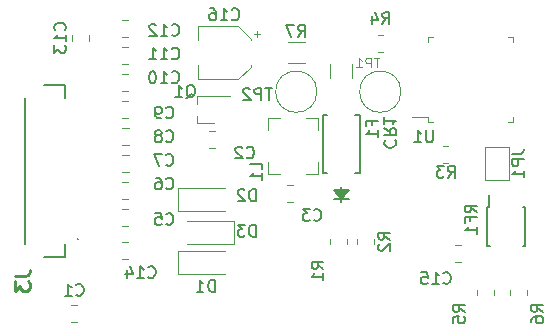
<source format=gbr>
%TF.GenerationSoftware,KiCad,Pcbnew,7.0.5*%
%TF.CreationDate,2023-07-02T17:57:48+02:00*%
%TF.ProjectId,eink-NFC,65696e6b-2d4e-4464-932e-6b696361645f,rev?*%
%TF.SameCoordinates,Original*%
%TF.FileFunction,Legend,Bot*%
%TF.FilePolarity,Positive*%
%FSLAX46Y46*%
G04 Gerber Fmt 4.6, Leading zero omitted, Abs format (unit mm)*
G04 Created by KiCad (PCBNEW 7.0.5) date 2023-07-02 17:57:48*
%MOMM*%
%LPD*%
G01*
G04 APERTURE LIST*
%ADD10C,0.150000*%
%ADD11C,0.254000*%
%ADD12C,0.125000*%
%ADD13C,0.120000*%
%ADD14C,0.200000*%
%ADD15C,0.100000*%
%ADD16C,0.152400*%
G04 APERTURE END LIST*
D10*
%TO.C,C15*%
X149642857Y-91359580D02*
X149690476Y-91407200D01*
X149690476Y-91407200D02*
X149833333Y-91454819D01*
X149833333Y-91454819D02*
X149928571Y-91454819D01*
X149928571Y-91454819D02*
X150071428Y-91407200D01*
X150071428Y-91407200D02*
X150166666Y-91311961D01*
X150166666Y-91311961D02*
X150214285Y-91216723D01*
X150214285Y-91216723D02*
X150261904Y-91026247D01*
X150261904Y-91026247D02*
X150261904Y-90883390D01*
X150261904Y-90883390D02*
X150214285Y-90692914D01*
X150214285Y-90692914D02*
X150166666Y-90597676D01*
X150166666Y-90597676D02*
X150071428Y-90502438D01*
X150071428Y-90502438D02*
X149928571Y-90454819D01*
X149928571Y-90454819D02*
X149833333Y-90454819D01*
X149833333Y-90454819D02*
X149690476Y-90502438D01*
X149690476Y-90502438D02*
X149642857Y-90550057D01*
X148690476Y-91454819D02*
X149261904Y-91454819D01*
X148976190Y-91454819D02*
X148976190Y-90454819D01*
X148976190Y-90454819D02*
X149071428Y-90597676D01*
X149071428Y-90597676D02*
X149166666Y-90692914D01*
X149166666Y-90692914D02*
X149261904Y-90740533D01*
X147785714Y-90454819D02*
X148261904Y-90454819D01*
X148261904Y-90454819D02*
X148309523Y-90931009D01*
X148309523Y-90931009D02*
X148261904Y-90883390D01*
X148261904Y-90883390D02*
X148166666Y-90835771D01*
X148166666Y-90835771D02*
X147928571Y-90835771D01*
X147928571Y-90835771D02*
X147833333Y-90883390D01*
X147833333Y-90883390D02*
X147785714Y-90931009D01*
X147785714Y-90931009D02*
X147738095Y-91026247D01*
X147738095Y-91026247D02*
X147738095Y-91264342D01*
X147738095Y-91264342D02*
X147785714Y-91359580D01*
X147785714Y-91359580D02*
X147833333Y-91407200D01*
X147833333Y-91407200D02*
X147928571Y-91454819D01*
X147928571Y-91454819D02*
X148166666Y-91454819D01*
X148166666Y-91454819D02*
X148261904Y-91407200D01*
X148261904Y-91407200D02*
X148309523Y-91359580D01*
%TO.C,L1*%
X134254819Y-81763333D02*
X134254819Y-81287143D01*
X134254819Y-81287143D02*
X133254819Y-81287143D01*
X134254819Y-82620476D02*
X134254819Y-82049048D01*
X134254819Y-82334762D02*
X133254819Y-82334762D01*
X133254819Y-82334762D02*
X133397676Y-82239524D01*
X133397676Y-82239524D02*
X133492914Y-82144286D01*
X133492914Y-82144286D02*
X133540533Y-82049048D01*
%TO.C,C12*%
X126642857Y-70359580D02*
X126690476Y-70407200D01*
X126690476Y-70407200D02*
X126833333Y-70454819D01*
X126833333Y-70454819D02*
X126928571Y-70454819D01*
X126928571Y-70454819D02*
X127071428Y-70407200D01*
X127071428Y-70407200D02*
X127166666Y-70311961D01*
X127166666Y-70311961D02*
X127214285Y-70216723D01*
X127214285Y-70216723D02*
X127261904Y-70026247D01*
X127261904Y-70026247D02*
X127261904Y-69883390D01*
X127261904Y-69883390D02*
X127214285Y-69692914D01*
X127214285Y-69692914D02*
X127166666Y-69597676D01*
X127166666Y-69597676D02*
X127071428Y-69502438D01*
X127071428Y-69502438D02*
X126928571Y-69454819D01*
X126928571Y-69454819D02*
X126833333Y-69454819D01*
X126833333Y-69454819D02*
X126690476Y-69502438D01*
X126690476Y-69502438D02*
X126642857Y-69550057D01*
X125690476Y-70454819D02*
X126261904Y-70454819D01*
X125976190Y-70454819D02*
X125976190Y-69454819D01*
X125976190Y-69454819D02*
X126071428Y-69597676D01*
X126071428Y-69597676D02*
X126166666Y-69692914D01*
X126166666Y-69692914D02*
X126261904Y-69740533D01*
X125309523Y-69550057D02*
X125261904Y-69502438D01*
X125261904Y-69502438D02*
X125166666Y-69454819D01*
X125166666Y-69454819D02*
X124928571Y-69454819D01*
X124928571Y-69454819D02*
X124833333Y-69502438D01*
X124833333Y-69502438D02*
X124785714Y-69550057D01*
X124785714Y-69550057D02*
X124738095Y-69645295D01*
X124738095Y-69645295D02*
X124738095Y-69740533D01*
X124738095Y-69740533D02*
X124785714Y-69883390D01*
X124785714Y-69883390D02*
X125357142Y-70454819D01*
X125357142Y-70454819D02*
X124738095Y-70454819D01*
%TO.C,R4*%
X144476166Y-69454819D02*
X144809499Y-68978628D01*
X145047594Y-69454819D02*
X145047594Y-68454819D01*
X145047594Y-68454819D02*
X144666642Y-68454819D01*
X144666642Y-68454819D02*
X144571404Y-68502438D01*
X144571404Y-68502438D02*
X144523785Y-68550057D01*
X144523785Y-68550057D02*
X144476166Y-68645295D01*
X144476166Y-68645295D02*
X144476166Y-68788152D01*
X144476166Y-68788152D02*
X144523785Y-68883390D01*
X144523785Y-68883390D02*
X144571404Y-68931009D01*
X144571404Y-68931009D02*
X144666642Y-68978628D01*
X144666642Y-68978628D02*
X145047594Y-68978628D01*
X143619023Y-68788152D02*
X143619023Y-69454819D01*
X143857118Y-68407200D02*
X144095213Y-69121485D01*
X144095213Y-69121485D02*
X143476166Y-69121485D01*
%TO.C,C7*%
X126166666Y-81359580D02*
X126214285Y-81407200D01*
X126214285Y-81407200D02*
X126357142Y-81454819D01*
X126357142Y-81454819D02*
X126452380Y-81454819D01*
X126452380Y-81454819D02*
X126595237Y-81407200D01*
X126595237Y-81407200D02*
X126690475Y-81311961D01*
X126690475Y-81311961D02*
X126738094Y-81216723D01*
X126738094Y-81216723D02*
X126785713Y-81026247D01*
X126785713Y-81026247D02*
X126785713Y-80883390D01*
X126785713Y-80883390D02*
X126738094Y-80692914D01*
X126738094Y-80692914D02*
X126690475Y-80597676D01*
X126690475Y-80597676D02*
X126595237Y-80502438D01*
X126595237Y-80502438D02*
X126452380Y-80454819D01*
X126452380Y-80454819D02*
X126357142Y-80454819D01*
X126357142Y-80454819D02*
X126214285Y-80502438D01*
X126214285Y-80502438D02*
X126166666Y-80550057D01*
X125833332Y-80454819D02*
X125166666Y-80454819D01*
X125166666Y-80454819D02*
X125595237Y-81454819D01*
%TO.C,C13*%
X117573080Y-69969142D02*
X117620700Y-69921523D01*
X117620700Y-69921523D02*
X117668319Y-69778666D01*
X117668319Y-69778666D02*
X117668319Y-69683428D01*
X117668319Y-69683428D02*
X117620700Y-69540571D01*
X117620700Y-69540571D02*
X117525461Y-69445333D01*
X117525461Y-69445333D02*
X117430223Y-69397714D01*
X117430223Y-69397714D02*
X117239747Y-69350095D01*
X117239747Y-69350095D02*
X117096890Y-69350095D01*
X117096890Y-69350095D02*
X116906414Y-69397714D01*
X116906414Y-69397714D02*
X116811176Y-69445333D01*
X116811176Y-69445333D02*
X116715938Y-69540571D01*
X116715938Y-69540571D02*
X116668319Y-69683428D01*
X116668319Y-69683428D02*
X116668319Y-69778666D01*
X116668319Y-69778666D02*
X116715938Y-69921523D01*
X116715938Y-69921523D02*
X116763557Y-69969142D01*
X117668319Y-70921523D02*
X117668319Y-70350095D01*
X117668319Y-70635809D02*
X116668319Y-70635809D01*
X116668319Y-70635809D02*
X116811176Y-70540571D01*
X116811176Y-70540571D02*
X116906414Y-70445333D01*
X116906414Y-70445333D02*
X116954033Y-70350095D01*
X116668319Y-71254857D02*
X116668319Y-71873904D01*
X116668319Y-71873904D02*
X117049271Y-71540571D01*
X117049271Y-71540571D02*
X117049271Y-71683428D01*
X117049271Y-71683428D02*
X117096890Y-71778666D01*
X117096890Y-71778666D02*
X117144509Y-71826285D01*
X117144509Y-71826285D02*
X117239747Y-71873904D01*
X117239747Y-71873904D02*
X117477842Y-71873904D01*
X117477842Y-71873904D02*
X117573080Y-71826285D01*
X117573080Y-71826285D02*
X117620700Y-71778666D01*
X117620700Y-71778666D02*
X117668319Y-71683428D01*
X117668319Y-71683428D02*
X117668319Y-71397714D01*
X117668319Y-71397714D02*
X117620700Y-71302476D01*
X117620700Y-71302476D02*
X117573080Y-71254857D01*
%TO.C,C6*%
X126166666Y-83359580D02*
X126214285Y-83407200D01*
X126214285Y-83407200D02*
X126357142Y-83454819D01*
X126357142Y-83454819D02*
X126452380Y-83454819D01*
X126452380Y-83454819D02*
X126595237Y-83407200D01*
X126595237Y-83407200D02*
X126690475Y-83311961D01*
X126690475Y-83311961D02*
X126738094Y-83216723D01*
X126738094Y-83216723D02*
X126785713Y-83026247D01*
X126785713Y-83026247D02*
X126785713Y-82883390D01*
X126785713Y-82883390D02*
X126738094Y-82692914D01*
X126738094Y-82692914D02*
X126690475Y-82597676D01*
X126690475Y-82597676D02*
X126595237Y-82502438D01*
X126595237Y-82502438D02*
X126452380Y-82454819D01*
X126452380Y-82454819D02*
X126357142Y-82454819D01*
X126357142Y-82454819D02*
X126214285Y-82502438D01*
X126214285Y-82502438D02*
X126166666Y-82550057D01*
X125309523Y-82454819D02*
X125499999Y-82454819D01*
X125499999Y-82454819D02*
X125595237Y-82502438D01*
X125595237Y-82502438D02*
X125642856Y-82550057D01*
X125642856Y-82550057D02*
X125738094Y-82692914D01*
X125738094Y-82692914D02*
X125785713Y-82883390D01*
X125785713Y-82883390D02*
X125785713Y-83264342D01*
X125785713Y-83264342D02*
X125738094Y-83359580D01*
X125738094Y-83359580D02*
X125690475Y-83407200D01*
X125690475Y-83407200D02*
X125595237Y-83454819D01*
X125595237Y-83454819D02*
X125404761Y-83454819D01*
X125404761Y-83454819D02*
X125309523Y-83407200D01*
X125309523Y-83407200D02*
X125261904Y-83359580D01*
X125261904Y-83359580D02*
X125214285Y-83264342D01*
X125214285Y-83264342D02*
X125214285Y-83026247D01*
X125214285Y-83026247D02*
X125261904Y-82931009D01*
X125261904Y-82931009D02*
X125309523Y-82883390D01*
X125309523Y-82883390D02*
X125404761Y-82835771D01*
X125404761Y-82835771D02*
X125595237Y-82835771D01*
X125595237Y-82835771D02*
X125690475Y-82883390D01*
X125690475Y-82883390D02*
X125738094Y-82931009D01*
X125738094Y-82931009D02*
X125785713Y-83026247D01*
D11*
%TO.C,J3*%
X113350318Y-90762667D02*
X114257461Y-90762667D01*
X114257461Y-90762667D02*
X114438889Y-90702190D01*
X114438889Y-90702190D02*
X114559842Y-90581238D01*
X114559842Y-90581238D02*
X114620318Y-90399809D01*
X114620318Y-90399809D02*
X114620318Y-90278857D01*
X113350318Y-91246476D02*
X113350318Y-92032667D01*
X113350318Y-92032667D02*
X113834127Y-91609333D01*
X113834127Y-91609333D02*
X113834127Y-91790762D01*
X113834127Y-91790762D02*
X113894603Y-91911714D01*
X113894603Y-91911714D02*
X113955080Y-91972190D01*
X113955080Y-91972190D02*
X114076032Y-92032667D01*
X114076032Y-92032667D02*
X114378413Y-92032667D01*
X114378413Y-92032667D02*
X114499365Y-91972190D01*
X114499365Y-91972190D02*
X114559842Y-91911714D01*
X114559842Y-91911714D02*
X114620318Y-91790762D01*
X114620318Y-91790762D02*
X114620318Y-91427905D01*
X114620318Y-91427905D02*
X114559842Y-91306952D01*
X114559842Y-91306952D02*
X114499365Y-91246476D01*
D10*
%TO.C,R7*%
X137348166Y-70516819D02*
X137681499Y-70040628D01*
X137919594Y-70516819D02*
X137919594Y-69516819D01*
X137919594Y-69516819D02*
X137538642Y-69516819D01*
X137538642Y-69516819D02*
X137443404Y-69564438D01*
X137443404Y-69564438D02*
X137395785Y-69612057D01*
X137395785Y-69612057D02*
X137348166Y-69707295D01*
X137348166Y-69707295D02*
X137348166Y-69850152D01*
X137348166Y-69850152D02*
X137395785Y-69945390D01*
X137395785Y-69945390D02*
X137443404Y-69993009D01*
X137443404Y-69993009D02*
X137538642Y-70040628D01*
X137538642Y-70040628D02*
X137919594Y-70040628D01*
X137014832Y-69516819D02*
X136348166Y-69516819D01*
X136348166Y-69516819D02*
X136776737Y-70516819D01*
%TO.C,D3*%
X133738094Y-87454819D02*
X133738094Y-86454819D01*
X133738094Y-86454819D02*
X133499999Y-86454819D01*
X133499999Y-86454819D02*
X133357142Y-86502438D01*
X133357142Y-86502438D02*
X133261904Y-86597676D01*
X133261904Y-86597676D02*
X133214285Y-86692914D01*
X133214285Y-86692914D02*
X133166666Y-86883390D01*
X133166666Y-86883390D02*
X133166666Y-87026247D01*
X133166666Y-87026247D02*
X133214285Y-87216723D01*
X133214285Y-87216723D02*
X133261904Y-87311961D01*
X133261904Y-87311961D02*
X133357142Y-87407200D01*
X133357142Y-87407200D02*
X133499999Y-87454819D01*
X133499999Y-87454819D02*
X133738094Y-87454819D01*
X132833332Y-86454819D02*
X132214285Y-86454819D01*
X132214285Y-86454819D02*
X132547618Y-86835771D01*
X132547618Y-86835771D02*
X132404761Y-86835771D01*
X132404761Y-86835771D02*
X132309523Y-86883390D01*
X132309523Y-86883390D02*
X132261904Y-86931009D01*
X132261904Y-86931009D02*
X132214285Y-87026247D01*
X132214285Y-87026247D02*
X132214285Y-87264342D01*
X132214285Y-87264342D02*
X132261904Y-87359580D01*
X132261904Y-87359580D02*
X132309523Y-87407200D01*
X132309523Y-87407200D02*
X132404761Y-87454819D01*
X132404761Y-87454819D02*
X132690475Y-87454819D01*
X132690475Y-87454819D02*
X132785713Y-87407200D01*
X132785713Y-87407200D02*
X132833332Y-87359580D01*
%TO.C,Q1*%
X127857238Y-75734057D02*
X127952476Y-75686438D01*
X127952476Y-75686438D02*
X128047714Y-75591200D01*
X128047714Y-75591200D02*
X128190571Y-75448342D01*
X128190571Y-75448342D02*
X128285809Y-75400723D01*
X128285809Y-75400723D02*
X128381047Y-75400723D01*
X128333428Y-75638819D02*
X128428666Y-75591200D01*
X128428666Y-75591200D02*
X128523904Y-75495961D01*
X128523904Y-75495961D02*
X128571523Y-75305485D01*
X128571523Y-75305485D02*
X128571523Y-74972152D01*
X128571523Y-74972152D02*
X128523904Y-74781676D01*
X128523904Y-74781676D02*
X128428666Y-74686438D01*
X128428666Y-74686438D02*
X128333428Y-74638819D01*
X128333428Y-74638819D02*
X128142952Y-74638819D01*
X128142952Y-74638819D02*
X128047714Y-74686438D01*
X128047714Y-74686438D02*
X127952476Y-74781676D01*
X127952476Y-74781676D02*
X127904857Y-74972152D01*
X127904857Y-74972152D02*
X127904857Y-75305485D01*
X127904857Y-75305485D02*
X127952476Y-75495961D01*
X127952476Y-75495961D02*
X128047714Y-75591200D01*
X128047714Y-75591200D02*
X128142952Y-75638819D01*
X128142952Y-75638819D02*
X128333428Y-75638819D01*
X126952476Y-75638819D02*
X127523904Y-75638819D01*
X127238190Y-75638819D02*
X127238190Y-74638819D01*
X127238190Y-74638819D02*
X127333428Y-74781676D01*
X127333428Y-74781676D02*
X127428666Y-74876914D01*
X127428666Y-74876914D02*
X127523904Y-74924533D01*
%TO.C,R5*%
X151454819Y-93833333D02*
X150978628Y-93500000D01*
X151454819Y-93261905D02*
X150454819Y-93261905D01*
X150454819Y-93261905D02*
X150454819Y-93642857D01*
X150454819Y-93642857D02*
X150502438Y-93738095D01*
X150502438Y-93738095D02*
X150550057Y-93785714D01*
X150550057Y-93785714D02*
X150645295Y-93833333D01*
X150645295Y-93833333D02*
X150788152Y-93833333D01*
X150788152Y-93833333D02*
X150883390Y-93785714D01*
X150883390Y-93785714D02*
X150931009Y-93738095D01*
X150931009Y-93738095D02*
X150978628Y-93642857D01*
X150978628Y-93642857D02*
X150978628Y-93261905D01*
X150454819Y-94738095D02*
X150454819Y-94261905D01*
X150454819Y-94261905D02*
X150931009Y-94214286D01*
X150931009Y-94214286D02*
X150883390Y-94261905D01*
X150883390Y-94261905D02*
X150835771Y-94357143D01*
X150835771Y-94357143D02*
X150835771Y-94595238D01*
X150835771Y-94595238D02*
X150883390Y-94690476D01*
X150883390Y-94690476D02*
X150931009Y-94738095D01*
X150931009Y-94738095D02*
X151026247Y-94785714D01*
X151026247Y-94785714D02*
X151264342Y-94785714D01*
X151264342Y-94785714D02*
X151359580Y-94738095D01*
X151359580Y-94738095D02*
X151407200Y-94690476D01*
X151407200Y-94690476D02*
X151454819Y-94595238D01*
X151454819Y-94595238D02*
X151454819Y-94357143D01*
X151454819Y-94357143D02*
X151407200Y-94261905D01*
X151407200Y-94261905D02*
X151359580Y-94214286D01*
%TO.C,F1*%
X143571009Y-77986666D02*
X143571009Y-77653333D01*
X144094819Y-77653333D02*
X143094819Y-77653333D01*
X143094819Y-77653333D02*
X143094819Y-78129523D01*
X144094819Y-79034285D02*
X144094819Y-78462857D01*
X144094819Y-78748571D02*
X143094819Y-78748571D01*
X143094819Y-78748571D02*
X143237676Y-78653333D01*
X143237676Y-78653333D02*
X143332914Y-78558095D01*
X143332914Y-78558095D02*
X143380533Y-78462857D01*
%TO.C,C10*%
X126642857Y-74359580D02*
X126690476Y-74407200D01*
X126690476Y-74407200D02*
X126833333Y-74454819D01*
X126833333Y-74454819D02*
X126928571Y-74454819D01*
X126928571Y-74454819D02*
X127071428Y-74407200D01*
X127071428Y-74407200D02*
X127166666Y-74311961D01*
X127166666Y-74311961D02*
X127214285Y-74216723D01*
X127214285Y-74216723D02*
X127261904Y-74026247D01*
X127261904Y-74026247D02*
X127261904Y-73883390D01*
X127261904Y-73883390D02*
X127214285Y-73692914D01*
X127214285Y-73692914D02*
X127166666Y-73597676D01*
X127166666Y-73597676D02*
X127071428Y-73502438D01*
X127071428Y-73502438D02*
X126928571Y-73454819D01*
X126928571Y-73454819D02*
X126833333Y-73454819D01*
X126833333Y-73454819D02*
X126690476Y-73502438D01*
X126690476Y-73502438D02*
X126642857Y-73550057D01*
X125690476Y-74454819D02*
X126261904Y-74454819D01*
X125976190Y-74454819D02*
X125976190Y-73454819D01*
X125976190Y-73454819D02*
X126071428Y-73597676D01*
X126071428Y-73597676D02*
X126166666Y-73692914D01*
X126166666Y-73692914D02*
X126261904Y-73740533D01*
X125071428Y-73454819D02*
X124976190Y-73454819D01*
X124976190Y-73454819D02*
X124880952Y-73502438D01*
X124880952Y-73502438D02*
X124833333Y-73550057D01*
X124833333Y-73550057D02*
X124785714Y-73645295D01*
X124785714Y-73645295D02*
X124738095Y-73835771D01*
X124738095Y-73835771D02*
X124738095Y-74073866D01*
X124738095Y-74073866D02*
X124785714Y-74264342D01*
X124785714Y-74264342D02*
X124833333Y-74359580D01*
X124833333Y-74359580D02*
X124880952Y-74407200D01*
X124880952Y-74407200D02*
X124976190Y-74454819D01*
X124976190Y-74454819D02*
X125071428Y-74454819D01*
X125071428Y-74454819D02*
X125166666Y-74407200D01*
X125166666Y-74407200D02*
X125214285Y-74359580D01*
X125214285Y-74359580D02*
X125261904Y-74264342D01*
X125261904Y-74264342D02*
X125309523Y-74073866D01*
X125309523Y-74073866D02*
X125309523Y-73835771D01*
X125309523Y-73835771D02*
X125261904Y-73645295D01*
X125261904Y-73645295D02*
X125214285Y-73550057D01*
X125214285Y-73550057D02*
X125166666Y-73502438D01*
X125166666Y-73502438D02*
X125071428Y-73454819D01*
%TO.C,C3*%
X138676666Y-86019580D02*
X138724285Y-86067200D01*
X138724285Y-86067200D02*
X138867142Y-86114819D01*
X138867142Y-86114819D02*
X138962380Y-86114819D01*
X138962380Y-86114819D02*
X139105237Y-86067200D01*
X139105237Y-86067200D02*
X139200475Y-85971961D01*
X139200475Y-85971961D02*
X139248094Y-85876723D01*
X139248094Y-85876723D02*
X139295713Y-85686247D01*
X139295713Y-85686247D02*
X139295713Y-85543390D01*
X139295713Y-85543390D02*
X139248094Y-85352914D01*
X139248094Y-85352914D02*
X139200475Y-85257676D01*
X139200475Y-85257676D02*
X139105237Y-85162438D01*
X139105237Y-85162438D02*
X138962380Y-85114819D01*
X138962380Y-85114819D02*
X138867142Y-85114819D01*
X138867142Y-85114819D02*
X138724285Y-85162438D01*
X138724285Y-85162438D02*
X138676666Y-85210057D01*
X138343332Y-85114819D02*
X137724285Y-85114819D01*
X137724285Y-85114819D02*
X138057618Y-85495771D01*
X138057618Y-85495771D02*
X137914761Y-85495771D01*
X137914761Y-85495771D02*
X137819523Y-85543390D01*
X137819523Y-85543390D02*
X137771904Y-85591009D01*
X137771904Y-85591009D02*
X137724285Y-85686247D01*
X137724285Y-85686247D02*
X137724285Y-85924342D01*
X137724285Y-85924342D02*
X137771904Y-86019580D01*
X137771904Y-86019580D02*
X137819523Y-86067200D01*
X137819523Y-86067200D02*
X137914761Y-86114819D01*
X137914761Y-86114819D02*
X138200475Y-86114819D01*
X138200475Y-86114819D02*
X138295713Y-86067200D01*
X138295713Y-86067200D02*
X138343332Y-86019580D01*
%TO.C,CR1*%
X144730419Y-79296666D02*
X144682800Y-79344285D01*
X144682800Y-79344285D02*
X144635180Y-79487142D01*
X144635180Y-79487142D02*
X144635180Y-79582380D01*
X144635180Y-79582380D02*
X144682800Y-79725237D01*
X144682800Y-79725237D02*
X144778038Y-79820475D01*
X144778038Y-79820475D02*
X144873276Y-79868094D01*
X144873276Y-79868094D02*
X145063752Y-79915713D01*
X145063752Y-79915713D02*
X145206609Y-79915713D01*
X145206609Y-79915713D02*
X145397085Y-79868094D01*
X145397085Y-79868094D02*
X145492323Y-79820475D01*
X145492323Y-79820475D02*
X145587561Y-79725237D01*
X145587561Y-79725237D02*
X145635180Y-79582380D01*
X145635180Y-79582380D02*
X145635180Y-79487142D01*
X145635180Y-79487142D02*
X145587561Y-79344285D01*
X145587561Y-79344285D02*
X145539942Y-79296666D01*
X144635180Y-78296666D02*
X145111371Y-78629999D01*
X144635180Y-78868094D02*
X145635180Y-78868094D01*
X145635180Y-78868094D02*
X145635180Y-78487142D01*
X145635180Y-78487142D02*
X145587561Y-78391904D01*
X145587561Y-78391904D02*
X145539942Y-78344285D01*
X145539942Y-78344285D02*
X145444704Y-78296666D01*
X145444704Y-78296666D02*
X145301847Y-78296666D01*
X145301847Y-78296666D02*
X145206609Y-78344285D01*
X145206609Y-78344285D02*
X145158990Y-78391904D01*
X145158990Y-78391904D02*
X145111371Y-78487142D01*
X145111371Y-78487142D02*
X145111371Y-78868094D01*
X144635180Y-77344285D02*
X144635180Y-77915713D01*
X144635180Y-77629999D02*
X145635180Y-77629999D01*
X145635180Y-77629999D02*
X145492323Y-77725237D01*
X145492323Y-77725237D02*
X145397085Y-77820475D01*
X145397085Y-77820475D02*
X145349466Y-77915713D01*
%TO.C,JP1*%
X155454819Y-80446666D02*
X156169104Y-80446666D01*
X156169104Y-80446666D02*
X156311961Y-80399047D01*
X156311961Y-80399047D02*
X156407200Y-80303809D01*
X156407200Y-80303809D02*
X156454819Y-80160952D01*
X156454819Y-80160952D02*
X156454819Y-80065714D01*
X156454819Y-80922857D02*
X155454819Y-80922857D01*
X155454819Y-80922857D02*
X155454819Y-81303809D01*
X155454819Y-81303809D02*
X155502438Y-81399047D01*
X155502438Y-81399047D02*
X155550057Y-81446666D01*
X155550057Y-81446666D02*
X155645295Y-81494285D01*
X155645295Y-81494285D02*
X155788152Y-81494285D01*
X155788152Y-81494285D02*
X155883390Y-81446666D01*
X155883390Y-81446666D02*
X155931009Y-81399047D01*
X155931009Y-81399047D02*
X155978628Y-81303809D01*
X155978628Y-81303809D02*
X155978628Y-80922857D01*
X156454819Y-82446666D02*
X156454819Y-81875238D01*
X156454819Y-82160952D02*
X155454819Y-82160952D01*
X155454819Y-82160952D02*
X155597676Y-82065714D01*
X155597676Y-82065714D02*
X155692914Y-81970476D01*
X155692914Y-81970476D02*
X155740533Y-81875238D01*
%TO.C,R6*%
X158082319Y-93833333D02*
X157606128Y-93500000D01*
X158082319Y-93261905D02*
X157082319Y-93261905D01*
X157082319Y-93261905D02*
X157082319Y-93642857D01*
X157082319Y-93642857D02*
X157129938Y-93738095D01*
X157129938Y-93738095D02*
X157177557Y-93785714D01*
X157177557Y-93785714D02*
X157272795Y-93833333D01*
X157272795Y-93833333D02*
X157415652Y-93833333D01*
X157415652Y-93833333D02*
X157510890Y-93785714D01*
X157510890Y-93785714D02*
X157558509Y-93738095D01*
X157558509Y-93738095D02*
X157606128Y-93642857D01*
X157606128Y-93642857D02*
X157606128Y-93261905D01*
X157082319Y-94690476D02*
X157082319Y-94500000D01*
X157082319Y-94500000D02*
X157129938Y-94404762D01*
X157129938Y-94404762D02*
X157177557Y-94357143D01*
X157177557Y-94357143D02*
X157320414Y-94261905D01*
X157320414Y-94261905D02*
X157510890Y-94214286D01*
X157510890Y-94214286D02*
X157891842Y-94214286D01*
X157891842Y-94214286D02*
X157987080Y-94261905D01*
X157987080Y-94261905D02*
X158034700Y-94309524D01*
X158034700Y-94309524D02*
X158082319Y-94404762D01*
X158082319Y-94404762D02*
X158082319Y-94595238D01*
X158082319Y-94595238D02*
X158034700Y-94690476D01*
X158034700Y-94690476D02*
X157987080Y-94738095D01*
X157987080Y-94738095D02*
X157891842Y-94785714D01*
X157891842Y-94785714D02*
X157653747Y-94785714D01*
X157653747Y-94785714D02*
X157558509Y-94738095D01*
X157558509Y-94738095D02*
X157510890Y-94690476D01*
X157510890Y-94690476D02*
X157463271Y-94595238D01*
X157463271Y-94595238D02*
X157463271Y-94404762D01*
X157463271Y-94404762D02*
X157510890Y-94309524D01*
X157510890Y-94309524D02*
X157558509Y-94261905D01*
X157558509Y-94261905D02*
X157653747Y-94214286D01*
%TO.C,U1*%
X148761904Y-78454819D02*
X148761904Y-79264342D01*
X148761904Y-79264342D02*
X148714285Y-79359580D01*
X148714285Y-79359580D02*
X148666666Y-79407200D01*
X148666666Y-79407200D02*
X148571428Y-79454819D01*
X148571428Y-79454819D02*
X148380952Y-79454819D01*
X148380952Y-79454819D02*
X148285714Y-79407200D01*
X148285714Y-79407200D02*
X148238095Y-79359580D01*
X148238095Y-79359580D02*
X148190476Y-79264342D01*
X148190476Y-79264342D02*
X148190476Y-78454819D01*
X147190476Y-79454819D02*
X147761904Y-79454819D01*
X147476190Y-79454819D02*
X147476190Y-78454819D01*
X147476190Y-78454819D02*
X147571428Y-78597676D01*
X147571428Y-78597676D02*
X147666666Y-78692914D01*
X147666666Y-78692914D02*
X147761904Y-78740533D01*
%TO.C,C9*%
X126166666Y-77359580D02*
X126214285Y-77407200D01*
X126214285Y-77407200D02*
X126357142Y-77454819D01*
X126357142Y-77454819D02*
X126452380Y-77454819D01*
X126452380Y-77454819D02*
X126595237Y-77407200D01*
X126595237Y-77407200D02*
X126690475Y-77311961D01*
X126690475Y-77311961D02*
X126738094Y-77216723D01*
X126738094Y-77216723D02*
X126785713Y-77026247D01*
X126785713Y-77026247D02*
X126785713Y-76883390D01*
X126785713Y-76883390D02*
X126738094Y-76692914D01*
X126738094Y-76692914D02*
X126690475Y-76597676D01*
X126690475Y-76597676D02*
X126595237Y-76502438D01*
X126595237Y-76502438D02*
X126452380Y-76454819D01*
X126452380Y-76454819D02*
X126357142Y-76454819D01*
X126357142Y-76454819D02*
X126214285Y-76502438D01*
X126214285Y-76502438D02*
X126166666Y-76550057D01*
X125690475Y-77454819D02*
X125499999Y-77454819D01*
X125499999Y-77454819D02*
X125404761Y-77407200D01*
X125404761Y-77407200D02*
X125357142Y-77359580D01*
X125357142Y-77359580D02*
X125261904Y-77216723D01*
X125261904Y-77216723D02*
X125214285Y-77026247D01*
X125214285Y-77026247D02*
X125214285Y-76645295D01*
X125214285Y-76645295D02*
X125261904Y-76550057D01*
X125261904Y-76550057D02*
X125309523Y-76502438D01*
X125309523Y-76502438D02*
X125404761Y-76454819D01*
X125404761Y-76454819D02*
X125595237Y-76454819D01*
X125595237Y-76454819D02*
X125690475Y-76502438D01*
X125690475Y-76502438D02*
X125738094Y-76550057D01*
X125738094Y-76550057D02*
X125785713Y-76645295D01*
X125785713Y-76645295D02*
X125785713Y-76883390D01*
X125785713Y-76883390D02*
X125738094Y-76978628D01*
X125738094Y-76978628D02*
X125690475Y-77026247D01*
X125690475Y-77026247D02*
X125595237Y-77073866D01*
X125595237Y-77073866D02*
X125404761Y-77073866D01*
X125404761Y-77073866D02*
X125309523Y-77026247D01*
X125309523Y-77026247D02*
X125261904Y-76978628D01*
X125261904Y-76978628D02*
X125214285Y-76883390D01*
%TO.C,R3*%
X150010666Y-82454819D02*
X150343999Y-81978628D01*
X150582094Y-82454819D02*
X150582094Y-81454819D01*
X150582094Y-81454819D02*
X150201142Y-81454819D01*
X150201142Y-81454819D02*
X150105904Y-81502438D01*
X150105904Y-81502438D02*
X150058285Y-81550057D01*
X150058285Y-81550057D02*
X150010666Y-81645295D01*
X150010666Y-81645295D02*
X150010666Y-81788152D01*
X150010666Y-81788152D02*
X150058285Y-81883390D01*
X150058285Y-81883390D02*
X150105904Y-81931009D01*
X150105904Y-81931009D02*
X150201142Y-81978628D01*
X150201142Y-81978628D02*
X150582094Y-81978628D01*
X149677332Y-81454819D02*
X149058285Y-81454819D01*
X149058285Y-81454819D02*
X149391618Y-81835771D01*
X149391618Y-81835771D02*
X149248761Y-81835771D01*
X149248761Y-81835771D02*
X149153523Y-81883390D01*
X149153523Y-81883390D02*
X149105904Y-81931009D01*
X149105904Y-81931009D02*
X149058285Y-82026247D01*
X149058285Y-82026247D02*
X149058285Y-82264342D01*
X149058285Y-82264342D02*
X149105904Y-82359580D01*
X149105904Y-82359580D02*
X149153523Y-82407200D01*
X149153523Y-82407200D02*
X149248761Y-82454819D01*
X149248761Y-82454819D02*
X149534475Y-82454819D01*
X149534475Y-82454819D02*
X149629713Y-82407200D01*
X149629713Y-82407200D02*
X149677332Y-82359580D01*
%TO.C,C16*%
X131728357Y-69041580D02*
X131775976Y-69089200D01*
X131775976Y-69089200D02*
X131918833Y-69136819D01*
X131918833Y-69136819D02*
X132014071Y-69136819D01*
X132014071Y-69136819D02*
X132156928Y-69089200D01*
X132156928Y-69089200D02*
X132252166Y-68993961D01*
X132252166Y-68993961D02*
X132299785Y-68898723D01*
X132299785Y-68898723D02*
X132347404Y-68708247D01*
X132347404Y-68708247D02*
X132347404Y-68565390D01*
X132347404Y-68565390D02*
X132299785Y-68374914D01*
X132299785Y-68374914D02*
X132252166Y-68279676D01*
X132252166Y-68279676D02*
X132156928Y-68184438D01*
X132156928Y-68184438D02*
X132014071Y-68136819D01*
X132014071Y-68136819D02*
X131918833Y-68136819D01*
X131918833Y-68136819D02*
X131775976Y-68184438D01*
X131775976Y-68184438D02*
X131728357Y-68232057D01*
X130775976Y-69136819D02*
X131347404Y-69136819D01*
X131061690Y-69136819D02*
X131061690Y-68136819D01*
X131061690Y-68136819D02*
X131156928Y-68279676D01*
X131156928Y-68279676D02*
X131252166Y-68374914D01*
X131252166Y-68374914D02*
X131347404Y-68422533D01*
X129918833Y-68136819D02*
X130109309Y-68136819D01*
X130109309Y-68136819D02*
X130204547Y-68184438D01*
X130204547Y-68184438D02*
X130252166Y-68232057D01*
X130252166Y-68232057D02*
X130347404Y-68374914D01*
X130347404Y-68374914D02*
X130395023Y-68565390D01*
X130395023Y-68565390D02*
X130395023Y-68946342D01*
X130395023Y-68946342D02*
X130347404Y-69041580D01*
X130347404Y-69041580D02*
X130299785Y-69089200D01*
X130299785Y-69089200D02*
X130204547Y-69136819D01*
X130204547Y-69136819D02*
X130014071Y-69136819D01*
X130014071Y-69136819D02*
X129918833Y-69089200D01*
X129918833Y-69089200D02*
X129871214Y-69041580D01*
X129871214Y-69041580D02*
X129823595Y-68946342D01*
X129823595Y-68946342D02*
X129823595Y-68708247D01*
X129823595Y-68708247D02*
X129871214Y-68613009D01*
X129871214Y-68613009D02*
X129918833Y-68565390D01*
X129918833Y-68565390D02*
X130014071Y-68517771D01*
X130014071Y-68517771D02*
X130204547Y-68517771D01*
X130204547Y-68517771D02*
X130299785Y-68565390D01*
X130299785Y-68565390D02*
X130347404Y-68613009D01*
X130347404Y-68613009D02*
X130395023Y-68708247D01*
%TO.C,D1*%
X130278094Y-92116819D02*
X130278094Y-91116819D01*
X130278094Y-91116819D02*
X130039999Y-91116819D01*
X130039999Y-91116819D02*
X129897142Y-91164438D01*
X129897142Y-91164438D02*
X129801904Y-91259676D01*
X129801904Y-91259676D02*
X129754285Y-91354914D01*
X129754285Y-91354914D02*
X129706666Y-91545390D01*
X129706666Y-91545390D02*
X129706666Y-91688247D01*
X129706666Y-91688247D02*
X129754285Y-91878723D01*
X129754285Y-91878723D02*
X129801904Y-91973961D01*
X129801904Y-91973961D02*
X129897142Y-92069200D01*
X129897142Y-92069200D02*
X130039999Y-92116819D01*
X130039999Y-92116819D02*
X130278094Y-92116819D01*
X128754285Y-92116819D02*
X129325713Y-92116819D01*
X129039999Y-92116819D02*
X129039999Y-91116819D01*
X129039999Y-91116819D02*
X129135237Y-91259676D01*
X129135237Y-91259676D02*
X129230475Y-91354914D01*
X129230475Y-91354914D02*
X129325713Y-91402533D01*
%TO.C,C14*%
X124652857Y-90879580D02*
X124700476Y-90927200D01*
X124700476Y-90927200D02*
X124843333Y-90974819D01*
X124843333Y-90974819D02*
X124938571Y-90974819D01*
X124938571Y-90974819D02*
X125081428Y-90927200D01*
X125081428Y-90927200D02*
X125176666Y-90831961D01*
X125176666Y-90831961D02*
X125224285Y-90736723D01*
X125224285Y-90736723D02*
X125271904Y-90546247D01*
X125271904Y-90546247D02*
X125271904Y-90403390D01*
X125271904Y-90403390D02*
X125224285Y-90212914D01*
X125224285Y-90212914D02*
X125176666Y-90117676D01*
X125176666Y-90117676D02*
X125081428Y-90022438D01*
X125081428Y-90022438D02*
X124938571Y-89974819D01*
X124938571Y-89974819D02*
X124843333Y-89974819D01*
X124843333Y-89974819D02*
X124700476Y-90022438D01*
X124700476Y-90022438D02*
X124652857Y-90070057D01*
X123700476Y-90974819D02*
X124271904Y-90974819D01*
X123986190Y-90974819D02*
X123986190Y-89974819D01*
X123986190Y-89974819D02*
X124081428Y-90117676D01*
X124081428Y-90117676D02*
X124176666Y-90212914D01*
X124176666Y-90212914D02*
X124271904Y-90260533D01*
X122843333Y-90308152D02*
X122843333Y-90974819D01*
X123081428Y-89927200D02*
X123319523Y-90641485D01*
X123319523Y-90641485D02*
X122700476Y-90641485D01*
%TO.C,C8*%
X126166666Y-79359580D02*
X126214285Y-79407200D01*
X126214285Y-79407200D02*
X126357142Y-79454819D01*
X126357142Y-79454819D02*
X126452380Y-79454819D01*
X126452380Y-79454819D02*
X126595237Y-79407200D01*
X126595237Y-79407200D02*
X126690475Y-79311961D01*
X126690475Y-79311961D02*
X126738094Y-79216723D01*
X126738094Y-79216723D02*
X126785713Y-79026247D01*
X126785713Y-79026247D02*
X126785713Y-78883390D01*
X126785713Y-78883390D02*
X126738094Y-78692914D01*
X126738094Y-78692914D02*
X126690475Y-78597676D01*
X126690475Y-78597676D02*
X126595237Y-78502438D01*
X126595237Y-78502438D02*
X126452380Y-78454819D01*
X126452380Y-78454819D02*
X126357142Y-78454819D01*
X126357142Y-78454819D02*
X126214285Y-78502438D01*
X126214285Y-78502438D02*
X126166666Y-78550057D01*
X125595237Y-78883390D02*
X125690475Y-78835771D01*
X125690475Y-78835771D02*
X125738094Y-78788152D01*
X125738094Y-78788152D02*
X125785713Y-78692914D01*
X125785713Y-78692914D02*
X125785713Y-78645295D01*
X125785713Y-78645295D02*
X125738094Y-78550057D01*
X125738094Y-78550057D02*
X125690475Y-78502438D01*
X125690475Y-78502438D02*
X125595237Y-78454819D01*
X125595237Y-78454819D02*
X125404761Y-78454819D01*
X125404761Y-78454819D02*
X125309523Y-78502438D01*
X125309523Y-78502438D02*
X125261904Y-78550057D01*
X125261904Y-78550057D02*
X125214285Y-78645295D01*
X125214285Y-78645295D02*
X125214285Y-78692914D01*
X125214285Y-78692914D02*
X125261904Y-78788152D01*
X125261904Y-78788152D02*
X125309523Y-78835771D01*
X125309523Y-78835771D02*
X125404761Y-78883390D01*
X125404761Y-78883390D02*
X125595237Y-78883390D01*
X125595237Y-78883390D02*
X125690475Y-78931009D01*
X125690475Y-78931009D02*
X125738094Y-78978628D01*
X125738094Y-78978628D02*
X125785713Y-79073866D01*
X125785713Y-79073866D02*
X125785713Y-79264342D01*
X125785713Y-79264342D02*
X125738094Y-79359580D01*
X125738094Y-79359580D02*
X125690475Y-79407200D01*
X125690475Y-79407200D02*
X125595237Y-79454819D01*
X125595237Y-79454819D02*
X125404761Y-79454819D01*
X125404761Y-79454819D02*
X125309523Y-79407200D01*
X125309523Y-79407200D02*
X125261904Y-79359580D01*
X125261904Y-79359580D02*
X125214285Y-79264342D01*
X125214285Y-79264342D02*
X125214285Y-79073866D01*
X125214285Y-79073866D02*
X125261904Y-78978628D01*
X125261904Y-78978628D02*
X125309523Y-78931009D01*
X125309523Y-78931009D02*
X125404761Y-78883390D01*
%TO.C,C5*%
X126166666Y-86359580D02*
X126214285Y-86407200D01*
X126214285Y-86407200D02*
X126357142Y-86454819D01*
X126357142Y-86454819D02*
X126452380Y-86454819D01*
X126452380Y-86454819D02*
X126595237Y-86407200D01*
X126595237Y-86407200D02*
X126690475Y-86311961D01*
X126690475Y-86311961D02*
X126738094Y-86216723D01*
X126738094Y-86216723D02*
X126785713Y-86026247D01*
X126785713Y-86026247D02*
X126785713Y-85883390D01*
X126785713Y-85883390D02*
X126738094Y-85692914D01*
X126738094Y-85692914D02*
X126690475Y-85597676D01*
X126690475Y-85597676D02*
X126595237Y-85502438D01*
X126595237Y-85502438D02*
X126452380Y-85454819D01*
X126452380Y-85454819D02*
X126357142Y-85454819D01*
X126357142Y-85454819D02*
X126214285Y-85502438D01*
X126214285Y-85502438D02*
X126166666Y-85550057D01*
X125261904Y-85454819D02*
X125738094Y-85454819D01*
X125738094Y-85454819D02*
X125785713Y-85931009D01*
X125785713Y-85931009D02*
X125738094Y-85883390D01*
X125738094Y-85883390D02*
X125642856Y-85835771D01*
X125642856Y-85835771D02*
X125404761Y-85835771D01*
X125404761Y-85835771D02*
X125309523Y-85883390D01*
X125309523Y-85883390D02*
X125261904Y-85931009D01*
X125261904Y-85931009D02*
X125214285Y-86026247D01*
X125214285Y-86026247D02*
X125214285Y-86264342D01*
X125214285Y-86264342D02*
X125261904Y-86359580D01*
X125261904Y-86359580D02*
X125309523Y-86407200D01*
X125309523Y-86407200D02*
X125404761Y-86454819D01*
X125404761Y-86454819D02*
X125642856Y-86454819D01*
X125642856Y-86454819D02*
X125738094Y-86407200D01*
X125738094Y-86407200D02*
X125785713Y-86359580D01*
D12*
%TO.C,TP1*%
X144219523Y-72333595D02*
X143762380Y-72333595D01*
X143990952Y-73133595D02*
X143990952Y-72333595D01*
X143495713Y-73133595D02*
X143495713Y-72333595D01*
X143495713Y-72333595D02*
X143190951Y-72333595D01*
X143190951Y-72333595D02*
X143114761Y-72371690D01*
X143114761Y-72371690D02*
X143076666Y-72409785D01*
X143076666Y-72409785D02*
X143038570Y-72485976D01*
X143038570Y-72485976D02*
X143038570Y-72600261D01*
X143038570Y-72600261D02*
X143076666Y-72676452D01*
X143076666Y-72676452D02*
X143114761Y-72714547D01*
X143114761Y-72714547D02*
X143190951Y-72752642D01*
X143190951Y-72752642D02*
X143495713Y-72752642D01*
X142276666Y-73133595D02*
X142733809Y-73133595D01*
X142505237Y-73133595D02*
X142505237Y-72333595D01*
X142505237Y-72333595D02*
X142581428Y-72447880D01*
X142581428Y-72447880D02*
X142657618Y-72524071D01*
X142657618Y-72524071D02*
X142733809Y-72562166D01*
D10*
%TO.C,R2*%
X145128319Y-87701333D02*
X144652128Y-87368000D01*
X145128319Y-87129905D02*
X144128319Y-87129905D01*
X144128319Y-87129905D02*
X144128319Y-87510857D01*
X144128319Y-87510857D02*
X144175938Y-87606095D01*
X144175938Y-87606095D02*
X144223557Y-87653714D01*
X144223557Y-87653714D02*
X144318795Y-87701333D01*
X144318795Y-87701333D02*
X144461652Y-87701333D01*
X144461652Y-87701333D02*
X144556890Y-87653714D01*
X144556890Y-87653714D02*
X144604509Y-87606095D01*
X144604509Y-87606095D02*
X144652128Y-87510857D01*
X144652128Y-87510857D02*
X144652128Y-87129905D01*
X144223557Y-88082286D02*
X144175938Y-88129905D01*
X144175938Y-88129905D02*
X144128319Y-88225143D01*
X144128319Y-88225143D02*
X144128319Y-88463238D01*
X144128319Y-88463238D02*
X144175938Y-88558476D01*
X144175938Y-88558476D02*
X144223557Y-88606095D01*
X144223557Y-88606095D02*
X144318795Y-88653714D01*
X144318795Y-88653714D02*
X144414033Y-88653714D01*
X144414033Y-88653714D02*
X144556890Y-88606095D01*
X144556890Y-88606095D02*
X145128319Y-88034667D01*
X145128319Y-88034667D02*
X145128319Y-88653714D01*
%TO.C,C2*%
X132986666Y-80739580D02*
X133034285Y-80787200D01*
X133034285Y-80787200D02*
X133177142Y-80834819D01*
X133177142Y-80834819D02*
X133272380Y-80834819D01*
X133272380Y-80834819D02*
X133415237Y-80787200D01*
X133415237Y-80787200D02*
X133510475Y-80691961D01*
X133510475Y-80691961D02*
X133558094Y-80596723D01*
X133558094Y-80596723D02*
X133605713Y-80406247D01*
X133605713Y-80406247D02*
X133605713Y-80263390D01*
X133605713Y-80263390D02*
X133558094Y-80072914D01*
X133558094Y-80072914D02*
X133510475Y-79977676D01*
X133510475Y-79977676D02*
X133415237Y-79882438D01*
X133415237Y-79882438D02*
X133272380Y-79834819D01*
X133272380Y-79834819D02*
X133177142Y-79834819D01*
X133177142Y-79834819D02*
X133034285Y-79882438D01*
X133034285Y-79882438D02*
X132986666Y-79930057D01*
X132605713Y-79930057D02*
X132558094Y-79882438D01*
X132558094Y-79882438D02*
X132462856Y-79834819D01*
X132462856Y-79834819D02*
X132224761Y-79834819D01*
X132224761Y-79834819D02*
X132129523Y-79882438D01*
X132129523Y-79882438D02*
X132081904Y-79930057D01*
X132081904Y-79930057D02*
X132034285Y-80025295D01*
X132034285Y-80025295D02*
X132034285Y-80120533D01*
X132034285Y-80120533D02*
X132081904Y-80263390D01*
X132081904Y-80263390D02*
X132653332Y-80834819D01*
X132653332Y-80834819D02*
X132034285Y-80834819D01*
%TO.C,TP2*%
X135119904Y-74892819D02*
X134548476Y-74892819D01*
X134834190Y-75892819D02*
X134834190Y-74892819D01*
X134215142Y-75892819D02*
X134215142Y-74892819D01*
X134215142Y-74892819D02*
X133834190Y-74892819D01*
X133834190Y-74892819D02*
X133738952Y-74940438D01*
X133738952Y-74940438D02*
X133691333Y-74988057D01*
X133691333Y-74988057D02*
X133643714Y-75083295D01*
X133643714Y-75083295D02*
X133643714Y-75226152D01*
X133643714Y-75226152D02*
X133691333Y-75321390D01*
X133691333Y-75321390D02*
X133738952Y-75369009D01*
X133738952Y-75369009D02*
X133834190Y-75416628D01*
X133834190Y-75416628D02*
X134215142Y-75416628D01*
X133262761Y-74988057D02*
X133215142Y-74940438D01*
X133215142Y-74940438D02*
X133119904Y-74892819D01*
X133119904Y-74892819D02*
X132881809Y-74892819D01*
X132881809Y-74892819D02*
X132786571Y-74940438D01*
X132786571Y-74940438D02*
X132738952Y-74988057D01*
X132738952Y-74988057D02*
X132691333Y-75083295D01*
X132691333Y-75083295D02*
X132691333Y-75178533D01*
X132691333Y-75178533D02*
X132738952Y-75321390D01*
X132738952Y-75321390D02*
X133310380Y-75892819D01*
X133310380Y-75892819D02*
X132691333Y-75892819D01*
%TO.C,R1*%
X139484819Y-90183333D02*
X139008628Y-89850000D01*
X139484819Y-89611905D02*
X138484819Y-89611905D01*
X138484819Y-89611905D02*
X138484819Y-89992857D01*
X138484819Y-89992857D02*
X138532438Y-90088095D01*
X138532438Y-90088095D02*
X138580057Y-90135714D01*
X138580057Y-90135714D02*
X138675295Y-90183333D01*
X138675295Y-90183333D02*
X138818152Y-90183333D01*
X138818152Y-90183333D02*
X138913390Y-90135714D01*
X138913390Y-90135714D02*
X138961009Y-90088095D01*
X138961009Y-90088095D02*
X139008628Y-89992857D01*
X139008628Y-89992857D02*
X139008628Y-89611905D01*
X139484819Y-91135714D02*
X139484819Y-90564286D01*
X139484819Y-90850000D02*
X138484819Y-90850000D01*
X138484819Y-90850000D02*
X138627676Y-90754762D01*
X138627676Y-90754762D02*
X138722914Y-90659524D01*
X138722914Y-90659524D02*
X138770533Y-90564286D01*
%TO.C,RF1*%
X152454819Y-85404761D02*
X151978628Y-85071428D01*
X152454819Y-84833333D02*
X151454819Y-84833333D01*
X151454819Y-84833333D02*
X151454819Y-85214285D01*
X151454819Y-85214285D02*
X151502438Y-85309523D01*
X151502438Y-85309523D02*
X151550057Y-85357142D01*
X151550057Y-85357142D02*
X151645295Y-85404761D01*
X151645295Y-85404761D02*
X151788152Y-85404761D01*
X151788152Y-85404761D02*
X151883390Y-85357142D01*
X151883390Y-85357142D02*
X151931009Y-85309523D01*
X151931009Y-85309523D02*
X151978628Y-85214285D01*
X151978628Y-85214285D02*
X151978628Y-84833333D01*
X151931009Y-86166666D02*
X151931009Y-85833333D01*
X152454819Y-85833333D02*
X151454819Y-85833333D01*
X151454819Y-85833333D02*
X151454819Y-86309523D01*
X152454819Y-87214285D02*
X152454819Y-86642857D01*
X152454819Y-86928571D02*
X151454819Y-86928571D01*
X151454819Y-86928571D02*
X151597676Y-86833333D01*
X151597676Y-86833333D02*
X151692914Y-86738095D01*
X151692914Y-86738095D02*
X151740533Y-86642857D01*
%TO.C,C1*%
X118552166Y-92359580D02*
X118599785Y-92407200D01*
X118599785Y-92407200D02*
X118742642Y-92454819D01*
X118742642Y-92454819D02*
X118837880Y-92454819D01*
X118837880Y-92454819D02*
X118980737Y-92407200D01*
X118980737Y-92407200D02*
X119075975Y-92311961D01*
X119075975Y-92311961D02*
X119123594Y-92216723D01*
X119123594Y-92216723D02*
X119171213Y-92026247D01*
X119171213Y-92026247D02*
X119171213Y-91883390D01*
X119171213Y-91883390D02*
X119123594Y-91692914D01*
X119123594Y-91692914D02*
X119075975Y-91597676D01*
X119075975Y-91597676D02*
X118980737Y-91502438D01*
X118980737Y-91502438D02*
X118837880Y-91454819D01*
X118837880Y-91454819D02*
X118742642Y-91454819D01*
X118742642Y-91454819D02*
X118599785Y-91502438D01*
X118599785Y-91502438D02*
X118552166Y-91550057D01*
X117599785Y-92454819D02*
X118171213Y-92454819D01*
X117885499Y-92454819D02*
X117885499Y-91454819D01*
X117885499Y-91454819D02*
X117980737Y-91597676D01*
X117980737Y-91597676D02*
X118075975Y-91692914D01*
X118075975Y-91692914D02*
X118171213Y-91740533D01*
%TO.C,D2*%
X133738094Y-84454819D02*
X133738094Y-83454819D01*
X133738094Y-83454819D02*
X133499999Y-83454819D01*
X133499999Y-83454819D02*
X133357142Y-83502438D01*
X133357142Y-83502438D02*
X133261904Y-83597676D01*
X133261904Y-83597676D02*
X133214285Y-83692914D01*
X133214285Y-83692914D02*
X133166666Y-83883390D01*
X133166666Y-83883390D02*
X133166666Y-84026247D01*
X133166666Y-84026247D02*
X133214285Y-84216723D01*
X133214285Y-84216723D02*
X133261904Y-84311961D01*
X133261904Y-84311961D02*
X133357142Y-84407200D01*
X133357142Y-84407200D02*
X133499999Y-84454819D01*
X133499999Y-84454819D02*
X133738094Y-84454819D01*
X132785713Y-83550057D02*
X132738094Y-83502438D01*
X132738094Y-83502438D02*
X132642856Y-83454819D01*
X132642856Y-83454819D02*
X132404761Y-83454819D01*
X132404761Y-83454819D02*
X132309523Y-83502438D01*
X132309523Y-83502438D02*
X132261904Y-83550057D01*
X132261904Y-83550057D02*
X132214285Y-83645295D01*
X132214285Y-83645295D02*
X132214285Y-83740533D01*
X132214285Y-83740533D02*
X132261904Y-83883390D01*
X132261904Y-83883390D02*
X132833332Y-84454819D01*
X132833332Y-84454819D02*
X132214285Y-84454819D01*
%TO.C,C11*%
X126642857Y-72359580D02*
X126690476Y-72407200D01*
X126690476Y-72407200D02*
X126833333Y-72454819D01*
X126833333Y-72454819D02*
X126928571Y-72454819D01*
X126928571Y-72454819D02*
X127071428Y-72407200D01*
X127071428Y-72407200D02*
X127166666Y-72311961D01*
X127166666Y-72311961D02*
X127214285Y-72216723D01*
X127214285Y-72216723D02*
X127261904Y-72026247D01*
X127261904Y-72026247D02*
X127261904Y-71883390D01*
X127261904Y-71883390D02*
X127214285Y-71692914D01*
X127214285Y-71692914D02*
X127166666Y-71597676D01*
X127166666Y-71597676D02*
X127071428Y-71502438D01*
X127071428Y-71502438D02*
X126928571Y-71454819D01*
X126928571Y-71454819D02*
X126833333Y-71454819D01*
X126833333Y-71454819D02*
X126690476Y-71502438D01*
X126690476Y-71502438D02*
X126642857Y-71550057D01*
X125690476Y-72454819D02*
X126261904Y-72454819D01*
X125976190Y-72454819D02*
X125976190Y-71454819D01*
X125976190Y-71454819D02*
X126071428Y-71597676D01*
X126071428Y-71597676D02*
X126166666Y-71692914D01*
X126166666Y-71692914D02*
X126261904Y-71740533D01*
X124738095Y-72454819D02*
X125309523Y-72454819D01*
X125023809Y-72454819D02*
X125023809Y-71454819D01*
X125023809Y-71454819D02*
X125119047Y-71597676D01*
X125119047Y-71597676D02*
X125214285Y-71692914D01*
X125214285Y-71692914D02*
X125309523Y-71740533D01*
D13*
%TO.C,C15*%
X151137252Y-89635000D02*
X150614748Y-89635000D01*
X151137252Y-88165000D02*
X150614748Y-88165000D01*
%TO.C,L1*%
X139037500Y-77372000D02*
X138012500Y-77372000D01*
X139037500Y-77372000D02*
X139037500Y-78397000D01*
X134817500Y-77372000D02*
X135842500Y-77372000D01*
X134817500Y-77372000D02*
X134817500Y-78397000D01*
X139037500Y-82142000D02*
X139037500Y-81117000D01*
X139037500Y-82142000D02*
X138012500Y-82142000D01*
X134817500Y-82142000D02*
X134817500Y-81117000D01*
X134817500Y-82142000D02*
X135842500Y-82142000D01*
%TO.C,C12*%
X122943252Y-70585000D02*
X122420748Y-70585000D01*
X122943252Y-69115000D02*
X122420748Y-69115000D01*
%TO.C,R4*%
X144082436Y-70385000D02*
X144536564Y-70385000D01*
X144082436Y-71855000D02*
X144536564Y-71855000D01*
%TO.C,C7*%
X122986252Y-82015000D02*
X122463748Y-82015000D01*
X122986252Y-80545000D02*
X122463748Y-80545000D01*
%TO.C,C13*%
X119628500Y-70350748D02*
X119628500Y-70873252D01*
X118158500Y-70350748D02*
X118158500Y-70873252D01*
%TO.C,C6*%
X122943252Y-84301000D02*
X122420748Y-84301000D01*
X122943252Y-82831000D02*
X122420748Y-82831000D01*
D14*
%TO.C,J3*%
X115787000Y-89155000D02*
X117612000Y-89155000D01*
X117612000Y-89155000D02*
X117612000Y-88105000D01*
X114212000Y-88105000D02*
X114212000Y-75705000D01*
D15*
X118612000Y-87655000D02*
X118612000Y-87655000D01*
X118712000Y-87655000D02*
X118712000Y-87655000D01*
D14*
X115787000Y-74655000D02*
X117612000Y-74655000D01*
X117612000Y-74655000D02*
X117612000Y-75705000D01*
D15*
X118712000Y-87655000D02*
G75*
G03*
X118612000Y-87655000I-50000J0D01*
G01*
X118612000Y-87655000D02*
G75*
G03*
X118712000Y-87655000I50000J0D01*
G01*
D13*
%TO.C,R7*%
X137908564Y-72792000D02*
X136454436Y-72792000D01*
X137908564Y-70972000D02*
X136454436Y-70972000D01*
%TO.C,D3*%
X127180000Y-83328000D02*
X131190000Y-83328000D01*
X127180000Y-85328000D02*
X127180000Y-83328000D01*
X127180000Y-85328000D02*
X131190000Y-85328000D01*
%TO.C,Q1*%
X128805000Y-75538000D02*
X128805000Y-76208000D01*
X128805000Y-75548000D02*
X131540000Y-75548000D01*
X128805000Y-77208000D02*
X128805000Y-77868000D01*
X130215000Y-77868000D02*
X128805000Y-77868000D01*
%TO.C,R5*%
X152448500Y-92413064D02*
X152448500Y-91958936D01*
X153918500Y-92413064D02*
X153918500Y-91958936D01*
%TO.C,F1*%
X140081500Y-74008064D02*
X140081500Y-72803936D01*
X141901500Y-74008064D02*
X141901500Y-72803936D01*
%TO.C,C10*%
X122943252Y-75157000D02*
X122420748Y-75157000D01*
X122943252Y-73687000D02*
X122420748Y-73687000D01*
%TO.C,C3*%
X136934752Y-84555000D02*
X136412248Y-84555000D01*
X136934752Y-83085000D02*
X136412248Y-83085000D01*
D16*
%TO.C,CR1*%
X140991500Y-84289900D02*
X140356500Y-83527900D01*
X140991500Y-84289900D02*
X140483500Y-83527900D01*
X140991500Y-84289900D02*
X140610500Y-83527900D01*
X140991500Y-84289900D02*
X140737500Y-83527900D01*
X140991500Y-84289900D02*
X140864500Y-83527900D01*
X140991500Y-84289900D02*
X141118500Y-83527900D01*
X140991500Y-84289900D02*
X141245500Y-83527900D01*
X140991500Y-84289900D02*
X141372500Y-83527900D01*
X140991500Y-84289900D02*
X141499500Y-83527900D01*
X140991500Y-84289900D02*
X141626500Y-83527900D01*
X141626500Y-84289900D02*
X140356500Y-84289900D01*
X141626500Y-83527900D02*
X140356500Y-83527900D01*
X140991500Y-83273900D02*
X140991500Y-84543900D01*
X139416700Y-82029300D02*
X139416700Y-77177900D01*
X139807860Y-82029300D02*
X139416700Y-82029300D01*
X142566300Y-82029300D02*
X142175140Y-82029300D01*
X139416700Y-77177900D02*
X139807860Y-77177900D01*
X142175140Y-77177900D02*
X142566300Y-77177900D01*
X142566300Y-77177900D02*
X142566300Y-82029300D01*
D13*
%TO.C,JP1*%
X155178000Y-79880000D02*
X153178000Y-79880000D01*
X153178000Y-79880000D02*
X153178000Y-82680000D01*
X155178000Y-82680000D02*
X155178000Y-79880000D01*
X153178000Y-82680000D02*
X155178000Y-82680000D01*
%TO.C,R6*%
X155242500Y-92413064D02*
X155242500Y-91958936D01*
X156712500Y-92413064D02*
X156712500Y-91958936D01*
%TO.C,U1*%
X148303500Y-70558000D02*
X148303500Y-71008000D01*
X148303500Y-77328000D02*
X147013500Y-77328000D01*
X148303500Y-77778000D02*
X148303500Y-77328000D01*
X148753500Y-70558000D02*
X148303500Y-70558000D01*
X148753500Y-77778000D02*
X148303500Y-77778000D01*
X155073500Y-70558000D02*
X155523500Y-70558000D01*
X155073500Y-77778000D02*
X155523500Y-77778000D01*
X155523500Y-70558000D02*
X155523500Y-71008000D01*
X155523500Y-77778000D02*
X155523500Y-77328000D01*
%TO.C,C9*%
X122943252Y-77443000D02*
X122420748Y-77443000D01*
X122943252Y-75973000D02*
X122420748Y-75973000D01*
%TO.C,R3*%
X150071064Y-81253000D02*
X149616936Y-81253000D01*
X150071064Y-79783000D02*
X149616936Y-79783000D01*
%TO.C,C16*%
X134085500Y-70322000D02*
X133585500Y-70322000D01*
X133835500Y-70072000D02*
X133835500Y-70572000D01*
X133345500Y-73077563D02*
X133345500Y-72942000D01*
X133345500Y-73077563D02*
X132281063Y-74142000D01*
X133345500Y-70686437D02*
X133345500Y-70822000D01*
X133345500Y-70686437D02*
X132281063Y-69622000D01*
X132281063Y-74142000D02*
X128825500Y-74142000D01*
X132281063Y-69622000D02*
X128825500Y-69622000D01*
X128825500Y-74142000D02*
X128825500Y-72942000D01*
X128825500Y-69622000D02*
X128825500Y-70822000D01*
%TO.C,D1*%
X127180000Y-88662000D02*
X131190000Y-88662000D01*
X127180000Y-90662000D02*
X127180000Y-88662000D01*
X127180000Y-90662000D02*
X131190000Y-90662000D01*
%TO.C,C14*%
X122943252Y-89381000D02*
X122420748Y-89381000D01*
X122943252Y-87911000D02*
X122420748Y-87911000D01*
%TO.C,C8*%
X122986252Y-79729000D02*
X122463748Y-79729000D01*
X122986252Y-78259000D02*
X122463748Y-78259000D01*
%TO.C,C5*%
X122943252Y-86587000D02*
X122420748Y-86587000D01*
X122943252Y-85117000D02*
X122420748Y-85117000D01*
%TO.C,TP1*%
X146043500Y-75184000D02*
G75*
G03*
X146043500Y-75184000I-1750000J0D01*
G01*
%TO.C,R2*%
X142288500Y-88095064D02*
X142288500Y-87640936D01*
X143758500Y-88095064D02*
X143758500Y-87640936D01*
%TO.C,C2*%
X130309252Y-79983000D02*
X129786748Y-79983000D01*
X130309252Y-78513000D02*
X129786748Y-78513000D01*
%TO.C,TP2*%
X138931500Y-75184000D02*
G75*
G03*
X138931500Y-75184000I-1750000J0D01*
G01*
%TO.C,R1*%
X140002500Y-88095064D02*
X140002500Y-87640936D01*
X141472500Y-88095064D02*
X141472500Y-87640936D01*
D10*
%TO.C,RF1*%
X156586500Y-84989000D02*
X156361500Y-84989000D01*
X156586500Y-84989000D02*
X156586500Y-88239000D01*
X153461500Y-84989000D02*
X153461500Y-83914000D01*
X153336500Y-84989000D02*
X153461500Y-84989000D01*
X153336500Y-84989000D02*
X153336500Y-88239000D01*
X156586500Y-88239000D02*
X156361500Y-88239000D01*
X153336500Y-88239000D02*
X153561500Y-88239000D01*
D13*
%TO.C,C1*%
X118124248Y-93245000D02*
X118646752Y-93245000D01*
X118124248Y-94715000D02*
X118646752Y-94715000D01*
%TO.C,D2*%
X131900000Y-88122000D02*
X127890000Y-88122000D01*
X131900000Y-86122000D02*
X131900000Y-88122000D01*
X131900000Y-86122000D02*
X127890000Y-86122000D01*
%TO.C,C11*%
X122943252Y-72871000D02*
X122420748Y-72871000D01*
X122943252Y-71401000D02*
X122420748Y-71401000D01*
%TD*%
M02*

</source>
